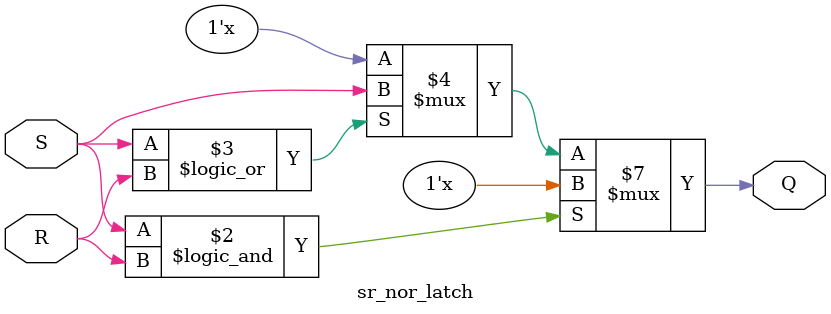
<source format=v>
module sr_nor_latch (input S, input R, output reg Q);
    always @(S, R) 
        if (S && R) Q <= 1'bx;
        else if(S || R) Q <= S;
endmodule

</source>
